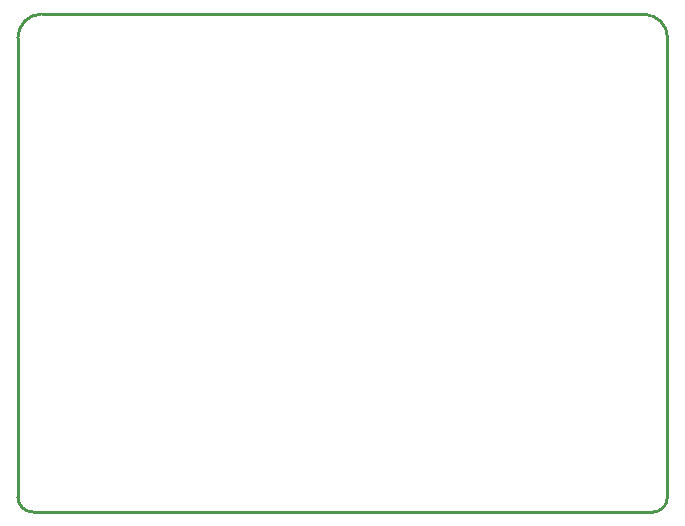
<source format=gbr>
%TF.GenerationSoftware,Altium Limited,Altium Designer,20.1.12 (249)*%
G04 Layer_Color=16711935*
%FSLAX26Y26*%
%MOIN*%
%TF.SameCoordinates,4EBFCD2D-B14F-4313-BC4F-D652A0771492*%
%TF.FilePolarity,Positive*%
%TF.FileFunction,Other,Mechanical_1*%
%TF.Part,Single*%
G01*
G75*
%TA.AperFunction,NonConductor*%
%ADD18C,0.010000*%
D18*
X83965Y1664449D02*
G03*
X5000Y1585484I0J-78965D01*
G01*
X2121477Y4920D02*
G03*
X2170396Y53839I0J48919D01*
G01*
X2170848Y1584383D02*
G03*
X2090782Y1664449I-80066J-0D01*
G01*
X5000Y55138D02*
G03*
X55138Y5000I50138J0D01*
G01*
X5000Y1585484D02*
X5000Y55138D01*
X55136Y5000D02*
X2121475Y4920D01*
X2170511Y53839D02*
X2170512Y1584382D01*
X83965Y1664449D02*
X2090782D01*
%TF.MD5,cbaecb2daabac083dcdd2351300f4023*%
M02*

</source>
